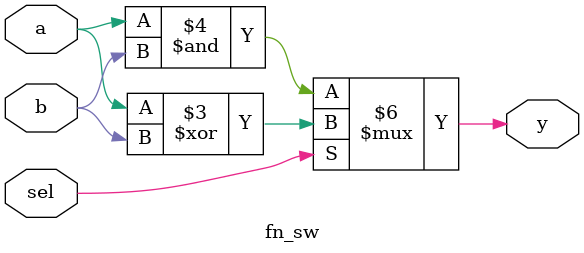
<source format=v>

module fn_sw(a,b,sel,y);

input		a;
input		b;
input		sel;
output		y;


//assign y=sel?(a^b):(a&b);

//用always语句块实现组合逻辑；
reg		y;
always@(a or b or sel) begin
	if(sel==1)begin
		y<=a^b;
	end
	else begin
		y<=a&b;
	end
end
endmodule

</source>
